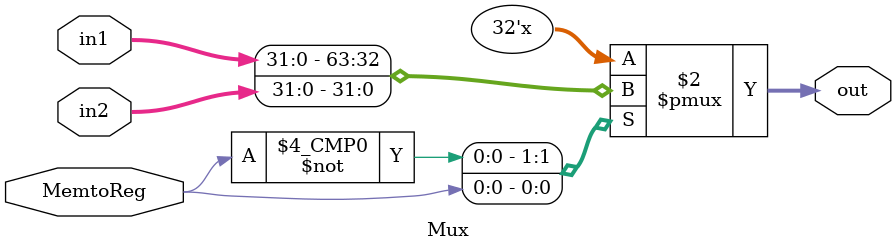
<source format=sv>
module Mux (
    output var logic unsigned [31:0] out,
    input  var logic unsigned [31:0] in1,
    input  var logic unsigned [31:0] in2,
    input  var logic unsigned        MemtoReg
);

    always_comb begin

        case(MemtoReg)
            1'b0 : out = in1;
            1'b1 : out = in2;
        endcase
    end

endmodule
</source>
